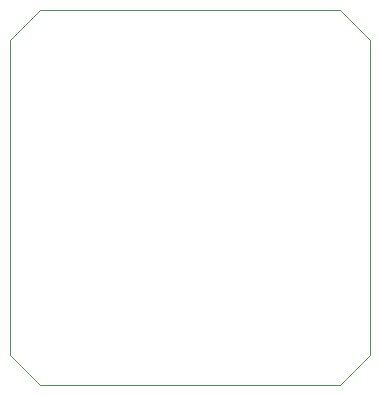
<source format=gbr>
%TF.GenerationSoftware,KiCad,Pcbnew,(6.0.2)*%
%TF.CreationDate,2022-12-01T07:39:21-05:00*%
%TF.ProjectId,LCD Board 2,4c434420-426f-4617-9264-20322e6b6963,rev?*%
%TF.SameCoordinates,Original*%
%TF.FileFunction,Profile,NP*%
%FSLAX46Y46*%
G04 Gerber Fmt 4.6, Leading zero omitted, Abs format (unit mm)*
G04 Created by KiCad (PCBNEW (6.0.2)) date 2022-12-01 07:39:21*
%MOMM*%
%LPD*%
G01*
G04 APERTURE LIST*
%TA.AperFunction,Profile*%
%ADD10C,0.100000*%
%TD*%
G04 APERTURE END LIST*
D10*
X177800000Y-107950000D02*
X177800000Y-134620000D01*
X147320000Y-107950000D02*
X149860000Y-105410000D01*
X149860000Y-137160000D02*
X147320000Y-134620000D01*
X177800000Y-134620000D02*
X175260000Y-137160000D01*
X175260000Y-137160000D02*
X149860000Y-137160000D01*
X149860000Y-105410000D02*
X175260000Y-105410000D01*
X175260000Y-105410000D02*
X177800000Y-107950000D01*
X147320000Y-134620000D02*
X147320000Y-107950000D01*
X149860000Y-105410000D02*
X149860000Y-105410000D01*
M02*

</source>
